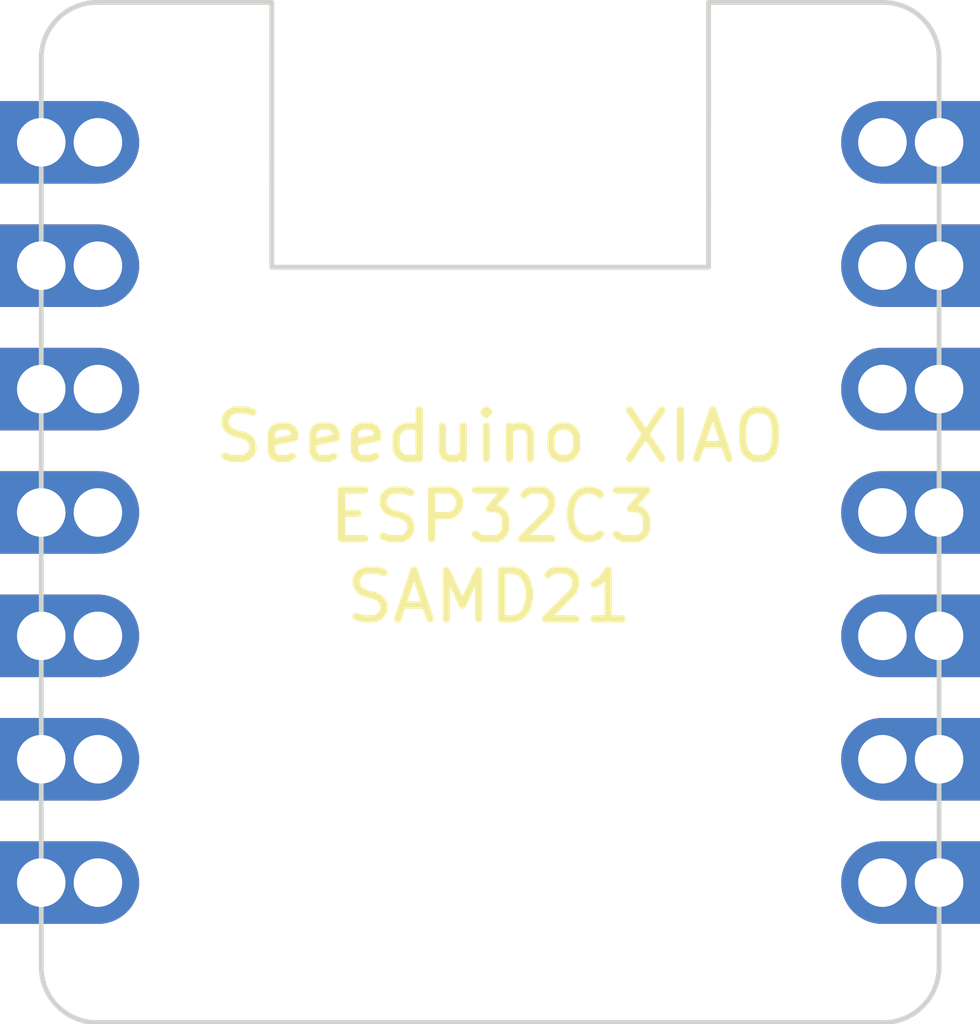
<source format=kicad_pcb>
(kicad_pcb (version 20221018) (generator pcbnew)
  (layers (0 "F.Cu" signal) (31 "B.Cu" signal) (34 "B.Paste" user) (35 "F.Paste" user) (36 "B.SilkS" user "B.Silkscreen") (37 "F.SilkS" user "F.Silkscreen") (38 "B.Mask" user) (39 "F.Mask" user) (44 "Edge.Cuts" user))
  (net 0 "")
  (footprint "Castellated:Xiao Castellated" (layer "F.Cu") (at 100.499998 72.68)
    (fp_text reference "H1" hide)
    (fp_text value "MountingHole")
    (fp_line (start -9.249999 -9.4) (end -9.249999 9.3) (stroke (width 0.1)) (layer "Edge.Cuts"))
    (fp_line (start -8.099999 -10.55) (end -4.499999 -10.55) (stroke (width 0.1)) (layer "Edge.Cuts"))
    (fp_line (start -4.49961 -5.1) (end -4.5 -10.55) (stroke (width 0.1)) (layer "Edge.Cuts"))
    (fp_line (start 4.49961 -5.1) (end -4.49961 -5.1) (stroke (width 0.1)) (layer "Edge.Cuts"))
    (fp_line (start 4.5 -10.549999) (end 4.49961 -5.1) (stroke (width 0.1)) (layer "Edge.Cuts"))
    (fp_line (start 4.5 -10.549999) (end 8.1 -10.549999) (stroke (width 0.1)) (layer "Edge.Cuts"))
    (fp_line (start 8.1 10.449999) (end -8.099999 10.45) (stroke (width 0.1)) (layer "Edge.Cuts"))
    (fp_line (start 9.25 -9.399999) (end 9.25 9.299999) (stroke (width 0.1)) (layer "Edge.Cuts"))
    (fp_arc (start -9.249999 -9.4) (mid -8.913172 -10.213173) (end -8.099999 -10.55) (stroke (width 0.1)) (layer "Edge.Cuts"))
    (fp_arc (start -8.099999 10.45) (mid -8.913172 10.113173) (end -9.249999 9.3) (stroke (width 0.1)) (layer "Edge.Cuts"))
    (fp_arc (start 8.1 -10.549999) (mid 8.913172 -10.213172) (end 9.25 -9.399999) (stroke (width 0.1)) (layer "Edge.Cuts"))
    (fp_arc (start 9.25 9.299999) (mid 8.913173 10.113172) (end 8.1 10.449999) (stroke (width 0.1)) (layer "Edge.Cuts"))
    (pad "1" thru_hole rect (at -9.25 -7.67) (size 1.982498 1.7) (drill 1 (offset 0.14125 0)) (property pad_prop_castellated) (layers "*.Cu" "*.Mask"))
    (pad "1" thru_hole circle (at -8.082499 -7.67) (size 1.7 1.7) (drill 1) (layers "*.Cu" "*.Mask"))
    (pad "2" thru_hole rect (at -9.25 -5.13) (size 1.982498 1.7) (drill 1 (offset 0.14125 0)) (property pad_prop_castellated) (layers "*.Cu" "*.Mask"))
    (pad "2" thru_hole oval (at -8.082499 -5.13) (size 1.7 1.7) (drill 1) (layers "*.Cu" "*.Mask"))
    (pad "3" thru_hole rect (at -9.25 -2.59) (size 1.982498 1.7) (drill 1 (offset 0.14125 0)) (property pad_prop_castellated) (layers "*.Cu" "*.Mask"))
    (pad "3" thru_hole oval (at -8.082499 -2.59) (size 1.7 1.7) (drill 1) (layers "*.Cu" "*.Mask"))
    (pad "4" thru_hole rect (at -9.25 -0.05) (size 1.982498 1.7) (drill 1 (offset 0.14125 0)) (property pad_prop_castellated) (layers "*.Cu" "*.Mask"))
    (pad "4" thru_hole oval (at -8.082499 -0.05) (size 1.7 1.7) (drill 1) (layers "*.Cu" "*.Mask"))
    (pad "5" thru_hole rect (at -9.25 2.49) (size 1.982498 1.7) (drill 1 (offset 0.14125 0)) (property pad_prop_castellated) (layers "*.Cu" "*.Mask"))
    (pad "5" thru_hole oval (at -8.082499 2.49) (size 1.7 1.7) (drill 1) (layers "*.Cu" "*.Mask"))
    (pad "6" thru_hole rect (at -9.25 5.03) (size 1.982498 1.7) (drill 1 (offset 0.14125 0)) (property pad_prop_castellated) (layers "*.Cu" "*.Mask"))
    (pad "6" thru_hole oval (at -8.082499 5.03) (size 1.7 1.7) (drill 1) (layers "*.Cu" "*.Mask"))
    (pad "7" thru_hole rect (at -9.25 7.57) (size 1.982498 1.7) (drill 1 (offset 0.14125 0)) (property pad_prop_castellated) (layers "*.Cu" "*.Mask"))
    (pad "7" thru_hole oval (at -8.082499 7.57) (size 1.7 1.7) (drill 1) (layers "*.Cu" "*.Mask"))
    (pad "8" thru_hole oval (at 8.082501 7.57) (size 1.7 1.7) (drill 1) (layers "*.Cu" "*.Mask"))
    (pad "8" thru_hole rect (at 9.250002 7.57 180) (size 1.982498 1.7) (drill 1 (offset 0.14125 0)) (property pad_prop_castellated) (layers "*.Cu" "*.Mask"))
    (pad "9" thru_hole oval (at 8.082501 5.03) (size 1.7 1.7) (drill 1) (layers "*.Cu" "*.Mask"))
    (pad "9" thru_hole rect (at 9.250002 5.03 180) (size 1.982498 1.7) (drill 1 (offset 0.14125 0)) (property pad_prop_castellated) (layers "*.Cu" "*.Mask"))
    (pad "10" thru_hole oval (at 8.082501 2.49) (size 1.7 1.7) (drill 1) (layers "*.Cu" "*.Mask"))
    (pad "10" thru_hole rect (at 9.250002 2.49 180) (size 1.982498 1.7) (drill 1 (offset 0.14125 0)) (property pad_prop_castellated) (layers "*.Cu" "*.Mask"))
    (pad "11" thru_hole oval (at 8.082501 -0.05) (size 1.7 1.7) (drill 1) (layers "*.Cu" "*.Mask"))
    (pad "11" thru_hole rect (at 9.250002 -0.05 180) (size 1.982498 1.7) (drill 1 (offset 0.14125 0)) (property pad_prop_castellated) (layers "*.Cu" "*.Mask"))
    (pad "12" thru_hole oval (at 8.082501 -2.59) (size 1.7 1.7) (drill 1) (layers "*.Cu" "*.Mask"))
    (pad "12" thru_hole rect (at 9.250002 -2.59 180) (size 1.982498 1.7) (drill 1 (offset 0.14125 0)) (property pad_prop_castellated) (layers "*.Cu" "*.Mask"))
    (pad "13" thru_hole oval (at 8.082501 -5.13) (size 1.7 1.7) (drill 1) (layers "*.Cu" "*.Mask"))
    (pad "13" thru_hole rect (at 9.250002 -5.13 180) (size 1.982498 1.7) (drill 1 (offset 0.14125 0)) (property pad_prop_castellated) (layers "*.Cu" "*.Mask"))
    (pad "14" thru_hole circle (at 8.082501 -7.67) (size 1.7 1.7) (drill 1) (layers "*.Cu" "*.Mask"))
    (pad "14" thru_hole rect (at 9.250002 -7.67 180) (size 1.982498 1.7) (drill 1 (offset 0.14125 0)) (property pad_prop_castellated) (layers "*.Cu" "*.Mask"))
  )
  (gr_text "Seeeduino XIAO" (at 94.75 71.65) (layer "F.SilkS") (effects (font (size 1 1)) (justify left bottom)))
  (gr_text "ESP32C3" (at 97.1 73.3) (layer "F.SilkS") (effects (font (size 1 1)) (justify left bottom)))
  (gr_text "SAMD21" (at 97.45 74.95) (layer "F.SilkS") (effects (font (size 1 1)) (justify left bottom)))
)
</source>
